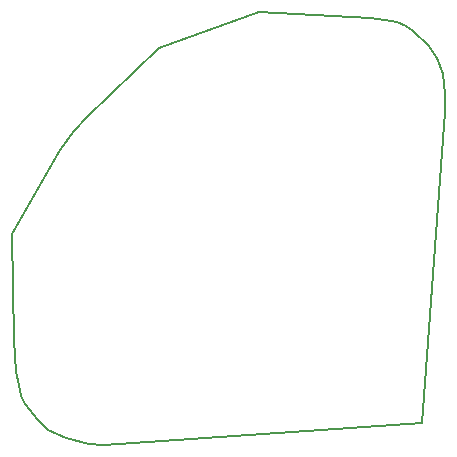
<source format=gm1>
G04 #@! TF.GenerationSoftware,KiCad,Pcbnew,(5.0.0)*
G04 #@! TF.CreationDate,2018-10-20T01:37:56+02:00*
G04 #@! TF.ProjectId,rubylife,727562796C6966652E6B696361645F70,rev?*
G04 #@! TF.SameCoordinates,Original*
G04 #@! TF.FileFunction,Profile,NP*
%FSLAX46Y46*%
G04 Gerber Fmt 4.6, Leading zero omitted, Abs format (unit mm)*
G04 Created by KiCad (PCBNEW (5.0.0)) date 10/20/18 01:37:56*
%MOMM*%
%LPD*%
G01*
G04 APERTURE LIST*
%ADD10C,0.150000*%
G04 APERTURE END LIST*
D10*
X97700000Y-80100000D02*
X98600000Y-80900000D01*
X96600000Y-78700000D02*
X97700000Y-80100000D01*
X96300000Y-78000000D02*
X96600000Y-78700000D01*
X96100000Y-77100000D02*
X96300000Y-78000000D01*
X95900000Y-76000000D02*
X96100000Y-77100000D01*
X95700000Y-73300000D02*
X95900000Y-76000000D01*
X95500000Y-64300000D02*
X95700000Y-73300000D01*
X99600000Y-57200000D02*
X95500000Y-64300000D01*
X100800000Y-55600000D02*
X99600000Y-57200000D01*
X101900000Y-54400000D02*
X100800000Y-55600000D01*
X108000000Y-48600000D02*
X101900000Y-54400000D01*
X116400000Y-45500000D02*
X108000000Y-48600000D01*
X125800000Y-46000000D02*
X116400000Y-45500000D01*
X127100000Y-46200000D02*
X125800000Y-46000000D01*
X128100000Y-46400000D02*
X127100000Y-46200000D01*
X128900000Y-46700000D02*
X128100000Y-46400000D01*
X129500000Y-47100000D02*
X128900000Y-46700000D01*
X130700000Y-48300000D02*
X129500000Y-47100000D01*
X131500000Y-49400000D02*
X130700000Y-48300000D01*
X132000000Y-50800000D02*
X131500000Y-49400000D01*
X132200000Y-52500000D02*
X132000000Y-50800000D01*
X132200000Y-54000000D02*
X132200000Y-52500000D01*
X100100000Y-81600000D02*
X98600000Y-80900000D01*
X102000000Y-82100000D02*
X100100000Y-81600000D01*
X103300000Y-82200000D02*
X102000000Y-82100000D01*
X130200000Y-80300000D02*
X103300000Y-82200000D01*
X130200000Y-80300000D02*
X132200000Y-54000000D01*
M02*

</source>
